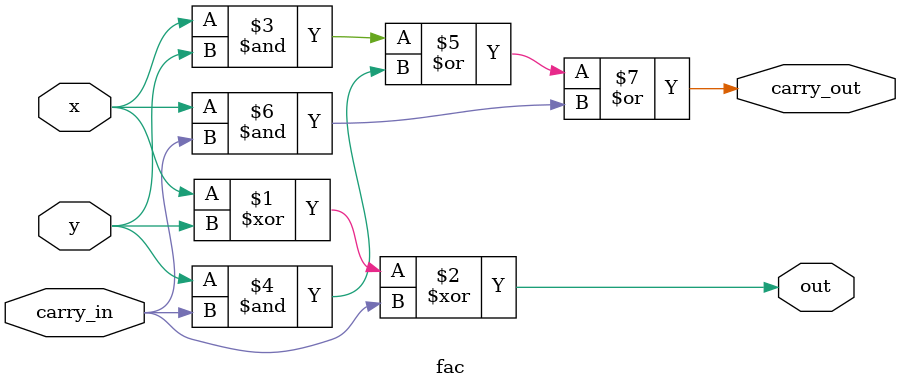
<source format=v>
module fac (
    input x, y, carry_in,
    output out, carry_out
);

assign out = x ^ y ^ carry_in;
assign carry_out = (x & y) | (y & carry_in) | (x & carry_in);

endmodule
</source>
